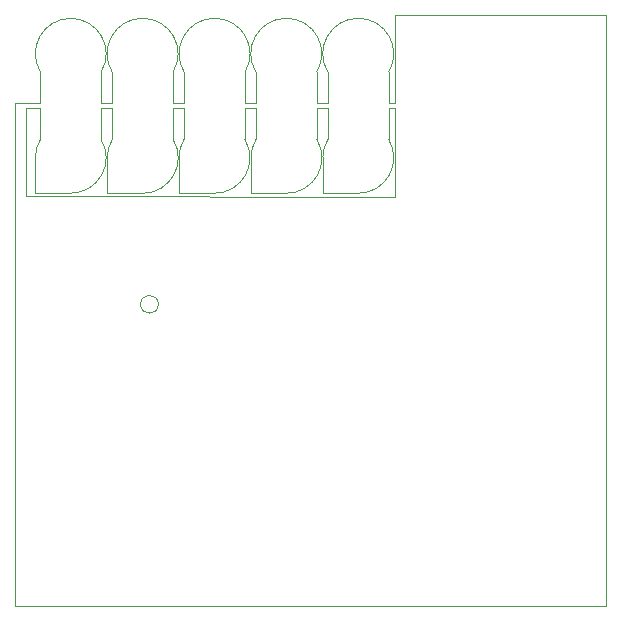
<source format=gbr>
%TF.GenerationSoftware,KiCad,Pcbnew,8.0.3*%
%TF.CreationDate,2024-07-16T20:49:30+03:00*%
%TF.ProjectId,PCBcoil,50434263-6f69-46c2-9e6b-696361645f70,rev?*%
%TF.SameCoordinates,Original*%
%TF.FileFunction,Profile,NP*%
%FSLAX46Y46*%
G04 Gerber Fmt 4.6, Leading zero omitted, Abs format (unit mm)*
G04 Created by KiCad (PCBNEW 8.0.3) date 2024-07-16 20:49:30*
%MOMM*%
%LPD*%
G01*
G04 APERTURE LIST*
%TA.AperFunction,Profile*%
%ADD10C,0.050000*%
%TD*%
G04 APERTURE END LIST*
D10*
X99894999Y-89581875D02*
G75*
G02*
X97330014Y-94125653I-2561319J-1549985D01*
G01*
X100418942Y-91081456D02*
X100427208Y-94131594D01*
X94333698Y-91081875D02*
G75*
G02*
X94762097Y-89586140I3000002J-50025D01*
G01*
X119098511Y-83872046D02*
X119098511Y-86522046D01*
X106930001Y-83872327D02*
G75*
G02*
X112079999Y-83872327I2574999J1550000D01*
G01*
X105998510Y-89581594D02*
G75*
G02*
X103423514Y-94133956I-2571310J-1550006D01*
G01*
X142615000Y-129065000D02*
X92617276Y-129074006D01*
X118155000Y-86522327D02*
X118154999Y-83872327D01*
X121673510Y-94137109D02*
X118677208Y-94131594D01*
X106493942Y-91081456D02*
X106502208Y-94131594D01*
X118668942Y-91081456D02*
X118677208Y-94131594D01*
X106930000Y-86522327D02*
X105986489Y-86522608D01*
X99895000Y-86931875D02*
X100848511Y-86931594D01*
X113005001Y-83872327D02*
G75*
G02*
X118154999Y-83872327I2574999J1550000D01*
G01*
X100418942Y-91081456D02*
G75*
G02*
X100848496Y-89581585I3008058J-50044D01*
G01*
X118155000Y-86522327D02*
X119098511Y-86522046D01*
X118668942Y-91081456D02*
G75*
G02*
X119098496Y-89581585I3008058J-50044D01*
G01*
X112587453Y-91081175D02*
G75*
G02*
X113017013Y-89581307I3007947J-50025D01*
G01*
X100848511Y-86931594D02*
X100848511Y-89581594D01*
X100836489Y-83872608D02*
X100836489Y-86522608D01*
X112587453Y-91081175D02*
X112595719Y-94131313D01*
X97330014Y-94125653D02*
X94333698Y-94131875D01*
X105998511Y-89581594D02*
X105998511Y-86931594D01*
X113017022Y-86931313D02*
X112073511Y-86931594D01*
X118167022Y-89581313D02*
X118167022Y-86931313D01*
X99895000Y-89581875D02*
X99895000Y-86931875D01*
X100836490Y-83872608D02*
G75*
G02*
X105986488Y-83872608I2574999J1550000D01*
G01*
X124785000Y-86955000D02*
X124248511Y-86931594D01*
X106930000Y-83872327D02*
X106930000Y-86522327D01*
X124248511Y-86931594D02*
X124248510Y-89581594D01*
X119098512Y-83872046D02*
G75*
G02*
X124248510Y-83872046I2574999J1550000D01*
G01*
X94765000Y-86931875D02*
X93525000Y-86935000D01*
X112080000Y-86522327D02*
X113005000Y-86522327D01*
X113005000Y-83872327D02*
X113005000Y-86522327D01*
X104753400Y-103533390D02*
G75*
G02*
X103233400Y-103533390I-760000J0D01*
G01*
X103233400Y-103533390D02*
G75*
G02*
X104753400Y-103533390I760000J0D01*
G01*
X94765000Y-83872327D02*
X94765000Y-86522327D01*
X112073510Y-89581594D02*
G75*
G02*
X109498514Y-94133956I-2571310J-1550006D01*
G01*
X109498510Y-94137109D02*
X106502208Y-94131594D01*
X99895000Y-86525000D02*
X99897663Y-83867911D01*
X124248510Y-89581594D02*
G75*
G02*
X121673514Y-94133956I-2571310J-1550006D01*
G01*
X92625000Y-86515000D02*
X94765000Y-86522327D01*
X113017022Y-86931313D02*
X113017022Y-89581313D01*
X142615000Y-79075000D02*
X142615000Y-129065000D01*
X124765000Y-86525000D02*
X124765000Y-79075000D01*
X105998511Y-86931594D02*
X106923511Y-86931594D01*
X124248511Y-86522046D02*
X124248510Y-83872046D01*
X112073511Y-89581594D02*
X112073511Y-86931594D01*
X106923511Y-86931594D02*
X106923511Y-89581594D01*
X103423510Y-94137109D02*
X100427208Y-94131594D01*
X94765000Y-86931875D02*
X94762097Y-89586140D01*
X94333698Y-91081875D02*
X94333698Y-94131875D01*
X99895000Y-86525000D02*
X100836489Y-86522608D01*
X124765000Y-79075000D02*
X142615000Y-79075000D01*
X105986489Y-86522608D02*
X105986489Y-83872608D01*
X112080000Y-86522327D02*
X112080000Y-83872327D01*
X119098511Y-86931594D02*
X119098511Y-89581594D01*
X118167021Y-89581313D02*
G75*
G02*
X115592025Y-94133655I-2571321J-1549987D01*
G01*
X92625000Y-86515000D02*
X92617276Y-129074006D01*
X124248511Y-86522046D02*
X124765000Y-86525000D01*
X118167022Y-86931313D02*
X119098511Y-86931594D01*
X124795000Y-94435000D02*
X124785000Y-86955000D01*
X106493942Y-91081456D02*
G75*
G02*
X106923496Y-89581585I3008058J-50044D01*
G01*
X115592021Y-94136828D02*
X112595719Y-94131313D01*
X93525000Y-94385000D02*
X124795000Y-94435000D01*
X93525000Y-86935000D02*
X93525000Y-94385000D01*
X94765001Y-83872327D02*
G75*
G02*
X99897663Y-83867911I2564999J1549997D01*
G01*
M02*

</source>
